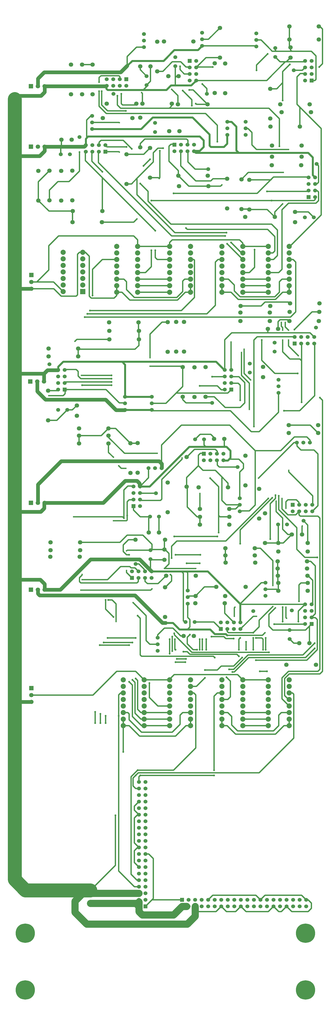
<source format=gtl>
G04 ---------------------------- Layer name :TOP LAYER*
G04 EasyEDA v5.8.16, Sun, 14 Oct 2018 04:50:05 GMT*
G04 5a396672bee444fbbd75647f7a64e84d*
G04 Gerber Generator version 0.2*
G04 Scale: 100 percent, Rotated: No, Reflected: No *
G04 Dimensions in millimeters *
G04 leading zeros omitted , absolute positions ,3 integer and 3 decimal *
%FSLAX33Y33*%
%MOMM*%
G90*
G71D02*

%ADD11C,2.799994*%
%ADD12C,0.499999*%
%ADD13C,0.799998*%
%ADD14C,1.399997*%
%ADD15C,5.399989*%
%ADD16C,0.750011*%
%ADD17C,0.619760*%
%ADD18C,1.699997*%
%ADD19R,1.699997X1.699997*%
%ADD20C,1.524000*%
%ADD21C,1.999996*%
%ADD22R,1.524000X1.524000*%
%ADD23R,1.999996X1.999996*%
%ADD24C,7.499985*%

%LPD*%
G54D11*
G01X32941Y38313D02*
G01X50586Y38313D01*
G01X51816Y37084D01*
G01X51816Y38862D02*
G01X51816Y37084D01*
G01X51816Y37084D02*
G01X51816Y35052D01*
G01X53086Y33782D01*
G01X65278Y33782D01*
G01X68580Y37084D01*
G01X70358Y37084D02*
G01X68580Y37084D01*
G54D12*
G01X73660Y37084D02*
G01X73660Y36068D01*
G01X74676Y35052D01*
G01X81788Y35052D01*
G01X83820Y37084D01*
G01X83820Y37084D02*
G01X85852Y35052D01*
G01X89408Y35052D01*
G01X91440Y37084D01*
G01X91440Y37084D02*
G01X93472Y35052D01*
G01X102108Y35052D01*
G01X104140Y37084D01*
G01X104140Y37084D02*
G01X106172Y35052D01*
G01X107188Y35052D01*
G01X109220Y37084D01*
G01X116840Y39624D02*
G01X117602Y39624D01*
G01X118872Y38354D01*
G01X118872Y36322D01*
G01X117602Y35052D01*
G01X111252Y35052D01*
G01X109220Y37084D01*
G01X116840Y39624D02*
G01X115062Y41402D01*
G01X100838Y41402D01*
G01X99060Y39624D01*
G01X99060Y39624D02*
G01X97282Y41402D01*
G01X80518Y41402D01*
G01X78740Y39624D01*
G01X51816Y59944D02*
G01X51308Y59944D01*
G01X50038Y58674D01*
G01X50038Y54102D01*
G01X51816Y52324D01*
G01X51816Y72644D02*
G01X51308Y72644D01*
G01X50038Y71374D01*
G01X50038Y61722D01*
G01X51816Y59944D01*
G01X51816Y77724D02*
G01X50038Y75946D01*
G01X50038Y74422D01*
G01X51816Y72644D01*
G01X45720Y109728D02*
G01X45720Y107188D01*
G01X53848Y124968D02*
G01X63754Y124968D01*
G01X53848Y107188D02*
G01X63754Y107188D01*
G01X53848Y109728D02*
G01X63754Y109728D01*
G01X53848Y112268D02*
G01X63754Y112268D01*
G01X92202Y107188D02*
G01X102108Y107188D01*
G01X92202Y109728D02*
G01X102108Y109728D01*
G01X92202Y112268D02*
G01X102108Y112268D01*
G01X92202Y124968D02*
G01X102108Y124968D01*
G01X110236Y107188D02*
G01X110236Y109728D01*
G01X84074Y107188D02*
G01X84074Y109728D01*
G01X84074Y112268D02*
G01X86360Y112268D01*
G01X87884Y110744D01*
G01X87884Y107442D01*
G01X90170Y105156D01*
G01X104140Y105156D01*
G01X106172Y107188D01*
G01X106172Y111252D01*
G01X107188Y112268D01*
G01X110236Y112268D01*
G01X71882Y109728D02*
G01X71882Y107188D01*
G01X71882Y112268D02*
G01X68834Y112268D01*
G01X67818Y111252D01*
G01X67818Y107696D01*
G01X64770Y104648D01*
G01X52832Y104648D01*
G01X48006Y109474D01*
G01X48006Y111760D01*
G01X47498Y112268D01*
G01X45720Y112268D01*
G01X110236Y107188D02*
G01X108204Y107188D01*
G01X104902Y103886D01*
G01X89408Y103886D01*
G01X86106Y107188D01*
G01X84074Y107188D01*
G01X45720Y107188D02*
G01X48006Y107188D01*
G01X52070Y103124D01*
G01X66040Y103124D01*
G01X70104Y107188D01*
G01X71882Y107188D01*
G01X99433Y142240D02*
G01X86113Y142240D01*
G54D13*
G01X56758Y167022D02*
G01X78595Y167022D01*
G01X91186Y154432D01*
G01X91186Y147327D01*
G01X91302Y147210D01*
G54D12*
G01X116441Y154294D02*
G01X91323Y154294D01*
G01X91186Y154432D01*
G01X51816Y47244D02*
G01X51054Y47244D01*
G01X48768Y49530D01*
G01X48768Y87122D01*
G01X48768Y87122D02*
G01X48768Y87376D01*
G01X51308Y89916D01*
G01X51308Y89916D02*
G01X51308Y89916D01*
G01X65278Y89916D01*
G01X73914Y98552D01*
G01X73914Y119126D01*
G01X73152Y119888D01*
G01X71882Y119888D01*
G01X51816Y44704D02*
G01X50038Y44704D01*
G01X43942Y50800D01*
G01X43942Y110998D01*
G01X43942Y110998D02*
G01X43942Y119126D01*
G01X44704Y119888D01*
G01X45720Y119888D01*
G01X51816Y82804D02*
G01X50546Y82804D01*
G01X49530Y83820D01*
G01X49530Y86868D01*
G01X49530Y86868D02*
G01X50546Y87884D01*
G01X50546Y87884D02*
G01X51562Y88900D01*
G01X98552Y88900D01*
G01X112014Y102362D01*
G01X112014Y119380D01*
G01X111506Y119888D01*
G01X110236Y119888D01*
G01X51816Y85344D02*
G01X51816Y87376D01*
G01X52324Y87884D01*
G01X52324Y87884D02*
G01X81026Y87884D01*
G01X104394Y146558D02*
G01X116324Y146558D01*
G01X116441Y146674D01*
G01X100076Y136652D02*
G01X100076Y140746D01*
G01X99598Y141224D01*
G01X97282Y141224D01*
G01X96266Y136652D02*
G01X96266Y141224D01*
G01X96266Y143256D02*
G01X86614Y143256D01*
G01X86106Y143764D01*
G01X86106Y144556D01*
G01X86222Y144670D01*
G01X81280Y133604D02*
G01X80772Y134112D01*
G01X63500Y134112D01*
G01X63754Y135128D02*
G01X63754Y140716D01*
G01X102362Y135636D02*
G01X72390Y135636D01*
G01X65580Y142445D01*
G01X10012Y119062D02*
G01X33972Y119062D01*
G01X43180Y128270D01*
G01X50546Y128270D01*
G01X53848Y124968D01*
G01X97282Y132588D02*
G01X117094Y132588D01*
G01X121158Y136652D01*
G01X121158Y148336D01*
G01X120396Y149098D01*
G01X119095Y149098D01*
G01X118978Y149214D01*
G01X63754Y124968D02*
G01X63754Y125222D01*
G01X65532Y127000D01*
G01X90170Y127000D01*
G01X92202Y124968D01*
G01X45720Y97028D02*
G01X45720Y107188D01*
G01X63754Y114808D02*
G01X59182Y114808D01*
G01X55880Y118110D01*
G01X55880Y123698D01*
G54D13*
G01X52217Y200014D02*
G01X55996Y200014D01*
G01X71374Y215392D01*
G01X85852Y215392D01*
G54D12*
G01X45974Y187706D02*
G01X45974Y198628D01*
G01X47498Y200152D01*
G01X49537Y200152D01*
G01X49677Y200014D01*
G01X81026Y89916D02*
G01X81026Y118618D01*
G01X82296Y119888D01*
G01X84074Y119888D01*
G01X74422Y136652D02*
G01X72898Y136652D01*
G01X70612Y138938D01*
G01X70612Y141478D01*
G01X71628Y142494D01*
G01X75438Y136652D02*
G01X75438Y140716D01*
G01X107696Y147574D02*
G01X107696Y153162D01*
G01X82804Y182118D02*
G01X82804Y199898D01*
G01X79502Y203200D01*
G01X77978Y136652D02*
G01X77978Y140716D01*
G01X75692Y173482D02*
G01X66040Y173482D01*
G01X47244Y188722D02*
G01X47244Y190754D01*
G01X47244Y194056D01*
G01X48006Y194818D01*
G01X49560Y194818D01*
G01X49677Y194934D01*
G01X70104Y133096D02*
G01X66548Y133096D01*
G01X66040Y136652D02*
G01X65786Y136652D01*
G01X65786Y140716D01*
G54D14*
G01X12509Y159913D02*
G01X12509Y158432D01*
G01X13208Y157734D01*
G01X42387Y157734D01*
G01X15179Y159913D02*
G01X21229Y159913D01*
G01X33020Y171704D01*
G01X52077Y171704D01*
G01X56758Y167022D01*
G01X15179Y193654D02*
G01X37952Y193654D01*
G01X46482Y202184D01*
G01X51054Y202184D01*
G01X52070Y201168D01*
G54D12*
G01X82296Y180594D02*
G01X65532Y180594D01*
G01X110236Y117348D02*
G01X109982Y117348D01*
G01X108458Y118872D01*
G01X108458Y125476D01*
G01X110236Y127254D01*
G01X122174Y127254D01*
G01X123190Y128270D01*
G01X123190Y233426D01*
G01X122174Y234442D01*
G01X110236Y114808D02*
G01X107442Y117602D01*
G01X107442Y125730D01*
G01X109982Y128270D01*
G01X121412Y128270D01*
G01X122174Y129032D01*
G01X122174Y187706D01*
G01X121412Y188468D01*
G01X114554Y188468D01*
G01X114046Y188976D01*
G01X114046Y190238D01*
G01X114162Y190352D01*
G54D13*
G01X20429Y245226D02*
G01X20429Y246486D01*
G01X22349Y248412D01*
G01X81788Y248412D01*
G01X85087Y245115D01*
G01X85199Y245226D01*
G54D12*
G01X85199Y245226D02*
G01X85199Y256900D01*
G01X87884Y259588D01*
G01X118371Y259588D01*
G01X120004Y257954D01*
G54D14*
G01X14925Y240685D02*
G01X14925Y243779D01*
G01X16256Y245110D01*
G01X20312Y245110D01*
G01X20429Y245226D01*
G54D12*
G01X88138Y128016D02*
G01X88900Y128016D01*
G01X94488Y133604D01*
G01X116586Y133604D01*
G01X120142Y137160D01*
G01X86868Y129032D02*
G01X88646Y129032D01*
G01X94234Y134620D01*
G01X115570Y134620D01*
G01X120142Y139192D01*
G01X113192Y183987D02*
G01X107061Y190119D01*
G01X106172Y191008D01*
G01X106172Y191008D02*
G01X106172Y196342D01*
G01X115062Y232664D02*
G01X115062Y255277D01*
G01X114924Y255414D01*
G01X76454Y136652D02*
G01X76454Y140208D01*
G01X76454Y140208D02*
G01X76454Y140716D01*
G01X91186Y177800D02*
G01X91186Y183134D01*
G01X103632Y195580D01*
G01X91186Y233426D02*
G01X91186Y239268D01*
G01X90424Y240030D01*
G01X87853Y240030D01*
G01X87739Y240146D01*
G01X71882Y122428D02*
G01X74168Y122428D01*
G01X77470Y125730D01*
G01X77470Y128778D02*
G01X82296Y128778D01*
G01X83820Y130302D01*
G01X88646Y130302D01*
G01X91948Y133604D01*
G01X93472Y136652D02*
G01X93472Y139700D01*
G01X102870Y179578D02*
G01X102870Y193040D01*
G01X108204Y229362D02*
G01X114300Y229362D01*
G01X120142Y235204D01*
G01X120142Y250698D01*
G01X120142Y250698D02*
G01X120142Y255277D01*
G01X120004Y255414D01*
G01X69850Y131826D02*
G01X66040Y131826D01*
G01X65580Y142445D02*
G01X65580Y142953D01*
G01X65532Y143002D01*
G01X64770Y136144D02*
G01X64770Y141732D01*
G01X64516Y172212D02*
G01X64516Y176784D01*
G01X66548Y178816D01*
G01X85598Y178816D01*
G01X102108Y195326D01*
G01X96520Y223266D02*
G01X96520Y256794D01*
G01X97790Y258064D01*
G01X112275Y258064D01*
G01X112384Y257954D01*
G01X41910Y149352D02*
G01X38862Y152400D01*
G01X38862Y155956D01*
G01X75438Y239014D02*
G01X82296Y239014D01*
G01X83820Y237490D01*
G01X85082Y237490D01*
G01X85199Y237606D01*
G01X92202Y275336D02*
G01X102108Y275336D01*
G01X92202Y277876D02*
G01X102108Y277876D01*
G01X92202Y280416D02*
G01X102108Y280416D01*
G01X110236Y277876D02*
G01X110236Y275336D01*
G01X84074Y277876D02*
G01X84074Y275336D01*
G01X43180Y277876D02*
G01X43180Y275336D01*
G01X51308Y277876D02*
G01X63754Y277876D01*
G01X51308Y280416D02*
G01X63754Y280416D01*
G01X51308Y275336D02*
G01X63754Y275336D01*
G01X71882Y275336D02*
G01X71882Y277876D01*
G01X43180Y275336D02*
G01X45212Y275336D01*
G01X48260Y272288D01*
G01X66802Y272288D01*
G01X69850Y275336D01*
G01X71882Y275336D01*
G01X84074Y275336D02*
G01X87630Y275336D01*
G01X90424Y272542D01*
G01X104902Y272542D01*
G01X107696Y275336D01*
G01X110236Y275336D01*
G01X50546Y273304D02*
G01X64536Y273304D01*
G01X64536Y273304D02*
G01X66548Y273304D01*
G01X68834Y275590D01*
G01X68834Y279654D01*
G01X69596Y280416D01*
G01X71882Y280416D01*
G01X50546Y273304D02*
G01X50038Y273304D01*
G01X46990Y276352D01*
G01X46990Y279400D01*
G01X45974Y280416D01*
G01X43180Y280416D01*
G01X84074Y280416D02*
G01X86614Y280416D01*
G01X88900Y278130D01*
G01X88900Y275844D01*
G01X91186Y273558D01*
G01X104648Y273558D01*
G01X106426Y275336D01*
G01X106426Y279400D01*
G01X107442Y280416D01*
G01X110236Y280416D01*
G01X53848Y112268D02*
G01X52578Y112268D01*
G01X51308Y113538D01*
G01X51308Y124714D01*
G01X50546Y125476D01*
G01X53848Y109728D02*
G01X52578Y109728D01*
G01X50292Y112014D01*
G01X50292Y123952D01*
G01X49276Y124968D01*
G01X53848Y107188D02*
G01X52832Y107188D01*
G01X49276Y110744D01*
G01X49276Y122936D01*
G01X48006Y124206D01*
G01X48006Y138430D02*
G01X36576Y138430D01*
G01X49276Y139446D02*
G01X38100Y139446D01*
G01X50546Y141224D02*
G01X39624Y141224D01*
G01X33782Y274066D02*
G01X33782Y284226D01*
G01X37592Y288036D01*
G01X43180Y288036D01*
G01X38862Y108204D02*
G01X38862Y110998D01*
G01X32766Y268224D02*
G01X68326Y268224D01*
G01X73406Y273304D01*
G01X73406Y287782D01*
G01X73152Y288036D01*
G01X71882Y288036D01*
G01X36830Y108204D02*
G01X36830Y111760D01*
G01X31750Y266954D02*
G01X78232Y266954D01*
G01X81534Y270256D01*
G01X81534Y287020D01*
G01X82550Y288036D01*
G01X84074Y288036D01*
G01X34798Y108204D02*
G01X34798Y112522D01*
G01X30734Y265684D02*
G01X110744Y265684D01*
G01X112776Y267716D01*
G01X112776Y287020D01*
G01X111760Y288036D01*
G01X110236Y288036D01*
G01X51308Y293116D02*
G01X63754Y293116D01*
G01X63754Y293116D02*
G01X63754Y294640D01*
G01X64770Y295656D01*
G01X90932Y295656D01*
G01X92202Y294386D01*
G01X92202Y293672D01*
G01X92202Y293116D02*
G01X102108Y293116D01*
G01X10012Y279336D02*
G01X18605Y279336D01*
G01X22352Y275590D01*
G01X10012Y279336D02*
G01X12128Y279336D01*
G01X16764Y283972D01*
G01X16764Y293370D01*
G01X20574Y297180D01*
G01X49784Y297180D01*
G01X51308Y295656D01*
G01X51308Y293116D01*
G01X10012Y276666D02*
G01X18735Y276666D01*
G01X21590Y273812D01*
G01X27432Y273812D01*
G01X27940Y274320D01*
G01X27940Y290068D01*
G01X28702Y290830D01*
G01X29972Y290830D01*
G01X29972Y290830D02*
G01X30988Y290830D01*
G01X32512Y289306D01*
G01X32512Y273812D01*
G01X33274Y273050D01*
G01X42164Y273050D01*
G01X43180Y274066D01*
G01X43180Y275336D01*
G01X41148Y241808D02*
G01X29210Y241808D01*
G01X28194Y242824D01*
G01X28194Y244602D01*
G01X27432Y245364D01*
G01X23106Y245364D01*
G01X22966Y245226D01*
G01X41148Y240538D02*
G01X23360Y240538D01*
G01X22966Y240146D01*
G01X41148Y239268D02*
G01X29718Y239268D01*
G54D13*
G01X31125Y332376D02*
G01X31125Y334909D01*
G01X32004Y335788D01*
G01X75438Y335788D01*
G01X76962Y334264D01*
G01X76962Y331724D01*
G01X75438Y330200D01*
G01X73413Y330200D01*
G01X73268Y330055D01*
G01X73268Y330052D02*
G01X73914Y329438D01*
G01X117602Y329438D01*
G01X119380Y327660D01*
G01X119380Y320799D01*
G01X120289Y319902D01*
G54D14*
G01X15179Y331830D02*
G01X30579Y331830D01*
G01X31125Y332376D01*
G54D12*
G01X74061Y357515D02*
G01X101483Y357515D01*
G01X108712Y364744D01*
G01X116070Y364744D01*
G01X116441Y365114D01*
G54D13*
G01X61219Y365135D02*
G01X49159Y365135D01*
G01X47244Y363220D01*
G54D14*
G01X15179Y355239D02*
G01X39039Y355239D01*
G01X39253Y355452D01*
G01X12509Y355239D02*
G01X12509Y358203D01*
G01X14986Y360680D01*
G01X44704Y360680D01*
G01X47244Y363220D01*
G54D13*
G01X62387Y353822D02*
G01X39624Y353822D01*
G01X39116Y354330D01*
G01X39116Y355315D01*
G01X39253Y355455D01*
G54D12*
G01X118978Y357494D02*
G01X120258Y357494D01*
G01X120650Y357886D01*
G01X120650Y367030D01*
G01X118872Y368808D01*
G01X105648Y368808D01*
G01X103654Y368808D01*
G01X110236Y293116D02*
G01X110490Y293116D01*
G01X122682Y305308D01*
G01X122682Y338836D01*
G01X113284Y348234D01*
G01X113284Y358902D01*
G01X114554Y360172D01*
G01X116301Y360172D01*
G01X116438Y360034D01*
G01X102108Y282956D02*
G01X106172Y282956D01*
G01X107442Y284226D01*
G01X107442Y307340D01*
G01X109982Y309880D01*
G01X109982Y309880D02*
G01X109982Y309880D01*
G01X120650Y309880D01*
G01X121666Y310896D01*
G01X121666Y314198D01*
G01X121158Y314706D01*
G01X120403Y314706D01*
G01X120289Y314822D01*
G01X46482Y346710D02*
G01X44704Y346710D01*
G01X43434Y347980D01*
G01X43434Y351536D01*
G01X80518Y362712D02*
G01X74175Y362712D01*
G01X74061Y362595D01*
G01X106426Y331978D02*
G01X106426Y342646D01*
G01X102362Y346710D01*
G01X46482Y346710D01*
G01X82296Y333756D02*
G01X82296Y340106D01*
G01X77724Y344678D01*
G01X39116Y344678D01*
G01X36322Y347472D01*
G01X36322Y353314D01*
G01X107696Y349758D02*
G01X107696Y360934D01*
G01X110490Y363728D01*
G01X46736Y345694D02*
G01X39624Y345694D01*
G01X37338Y347980D01*
G01X37338Y353314D01*
G01X46990Y331724D02*
G01X39400Y331724D01*
G01X38745Y332376D01*
G01X51308Y282956D02*
G01X54356Y282956D01*
G01X56642Y285242D01*
G01X56642Y291592D01*
G01X56642Y310896D02*
G01X103378Y310896D01*
G01X103378Y310896D02*
G01X119888Y310896D01*
G01X120396Y311404D01*
G01X120396Y312173D01*
G01X120289Y312282D01*
G01X63754Y288036D02*
G01X58928Y288036D01*
G01X58166Y288798D01*
G01X58166Y291592D01*
G01X65278Y313690D02*
G01X97790Y313690D01*
G01X104140Y320040D01*
G01X117609Y320040D01*
G01X117749Y319902D01*
G01X92202Y290576D02*
G01X91694Y290576D01*
G01X87630Y294640D01*
G01X58166Y299212D02*
G01X30988Y326390D01*
G01X30988Y329699D01*
G01X31125Y329836D01*
G01X85852Y298450D02*
G01X65786Y298450D01*
G01X51054Y313182D01*
G01X51054Y319532D01*
G01X57404Y325882D01*
G01X57404Y329438D01*
G01X59182Y331216D01*
G01X61214Y331216D01*
G01X92202Y282956D02*
G01X94742Y282956D01*
G01X96774Y284988D01*
G01X96774Y291846D01*
G01X101600Y314452D02*
G01X117378Y314452D01*
G01X117749Y314822D01*
G01X92202Y288036D02*
G01X86106Y294132D01*
G01X85344Y297180D02*
G01X64516Y297180D01*
G01X36068Y325628D01*
G01X36068Y325628D02*
G01X36068Y329699D01*
G01X36205Y329836D01*
G01X102108Y290576D02*
G01X103886Y290576D01*
G01X104648Y291338D01*
G01X104648Y296926D01*
G01X101854Y299720D01*
G01X70612Y299720D01*
G01X70104Y300228D01*
G01X102108Y288036D02*
G01X104140Y288036D01*
G01X105664Y289560D01*
G01X105664Y299466D01*
G01X103378Y301752D01*
G01X64262Y301752D01*
G01X55372Y310642D01*
G01X55372Y314452D01*
G01X52324Y317500D01*
G01X49022Y330962D02*
G01X45720Y334264D01*
G01X37084Y334264D01*
G01X36322Y333502D01*
G01X36322Y332493D01*
G01X36205Y332376D01*
G01X108712Y364744D02*
G01X106707Y364744D01*
G01X104838Y366613D01*
G01X108712Y364744D02*
G01X109141Y364744D01*
G01X110744Y366346D01*
G01X112014Y361442D02*
G01X115308Y361442D01*
G01X116441Y362574D01*
G01X121785Y378439D02*
G01X122194Y378439D01*
G01X123190Y377444D01*
G01X123190Y363982D01*
G01X121920Y362712D01*
G01X97536Y361442D02*
G01X97536Y363474D01*
G01X101854Y367792D01*
G01X54800Y355691D02*
G01X54800Y355097D01*
G01X53522Y353822D01*
G01X56309Y362966D02*
G01X56309Y357200D01*
G01X54800Y355691D01*
G01X67231Y359156D02*
G01X66484Y359156D01*
G01X65976Y358648D01*
G01X78232Y352298D02*
G01X78232Y354330D01*
G01X76454Y356108D01*
G01X71521Y360055D02*
G01X69458Y360055D01*
G01X67818Y361696D01*
G01X67818Y362966D01*
G01X36322Y356870D02*
G01X36322Y358648D01*
G01X37035Y359361D01*
G01X43990Y359361D01*
G01X44450Y358902D01*
G01X44450Y358109D01*
G01X44333Y357992D01*
G01X45466Y347980D02*
G01X50751Y347980D01*
G01X50751Y348508D01*
G01X21671Y334518D02*
G01X21671Y332308D01*
G01X21191Y331830D01*
G01X21427Y328866D02*
G01X21427Y331482D01*
G01X21082Y331830D01*
G01X112522Y306496D02*
G01X117655Y306496D01*
G01X119796Y304355D01*
G01X120289Y317362D02*
G01X121020Y317362D01*
G01X121666Y318008D01*
G01X121666Y324358D01*
G01X120904Y325120D01*
G01X78740Y323088D02*
G01X73660Y323088D01*
G01X70866Y325882D01*
G01X70866Y329915D01*
G01X70728Y330052D01*
G01X17038Y311030D02*
G01X17038Y314980D01*
G01X20320Y318262D01*
G01X24638Y318262D01*
G01X28702Y322326D01*
G01X28702Y329692D01*
G01X37592Y322072D02*
G01X33528Y326136D01*
G01X33528Y329699D01*
G01X33665Y329836D01*
G01X78858Y316504D02*
G01X71168Y316504D01*
G01X67104Y320568D01*
G01X52344Y331604D02*
G01X52344Y333014D01*
G01X54102Y334772D01*
G01X70358Y334772D01*
G01X70866Y334264D01*
G01X70866Y332732D01*
G01X70728Y332592D01*
G01X101934Y261112D02*
G01X101934Y259635D01*
G01X101886Y259588D01*
G01X113538Y243840D02*
G01X111506Y243840D01*
G01X111506Y243840D02*
G01X104648Y243840D01*
G01X99568Y248920D01*
G01X99568Y256794D01*
G01X121871Y267736D02*
G01X119146Y267736D01*
G01X112268Y260858D01*
G01X80264Y242570D02*
G01X85082Y242570D01*
G01X85199Y242686D01*
G01X68813Y234830D02*
G01X68813Y233700D01*
G01X70104Y232410D01*
G01X80264Y232410D01*
G01X77703Y234830D02*
G01X81145Y234830D01*
G01X85344Y230632D01*
G01X91186Y230632D01*
G01X92964Y232410D01*
G01X92964Y240284D01*
G01X90678Y242570D01*
G01X87853Y242570D01*
G01X87739Y242686D01*
G01X16489Y237187D02*
G01X20010Y237187D01*
G01X20429Y237606D01*
G01X58420Y197358D02*
G01X52331Y197358D01*
G01X52217Y197474D01*
G01X90170Y207518D02*
G01X83058Y207518D01*
G01X82296Y208280D01*
G01X82296Y210027D01*
G01X82158Y210164D01*
G01X70337Y211444D02*
G01X70477Y211444D01*
G01X73406Y214376D01*
G01X81534Y214376D01*
G01X82296Y213614D01*
G01X82296Y212844D01*
G01X82158Y212704D01*
G01X114124Y139192D02*
G01X112041Y139192D01*
G01X110426Y140807D01*
G01X113792Y147574D02*
G01X113792Y151645D01*
G01X116441Y154294D01*
G01X69941Y147383D02*
G01X69088Y147828D01*
G01X69088Y166260D01*
G01X68326Y167022D01*
G01X85209Y154665D02*
G01X85209Y150766D01*
G01X88762Y147210D01*
G01X50546Y169926D02*
G01X51816Y169926D01*
G01X53848Y167894D01*
G01X53848Y167393D01*
G01X54218Y167022D01*
G01X61722Y171530D02*
G01X56589Y171530D01*
G01X56323Y171795D01*
G01X56323Y171795D02*
G01X56323Y167457D01*
G01X56758Y167022D01*
G01X50429Y179344D02*
G01X47772Y179344D01*
G01X45720Y177292D01*
G01X45720Y174767D01*
G01X54218Y164482D02*
G01X54218Y163205D01*
G01X55118Y162306D01*
G01X59298Y162306D01*
G01X62367Y165374D01*
G54D11*
G01X32941Y43314D02*
G01X31122Y43314D01*
G01X26924Y39116D01*
G01X26924Y34798D01*
G01X31496Y30226D01*
G01X70612Y30226D01*
G01X73660Y33274D01*
G01X73660Y37084D01*
G54D12*
G01X68580Y39624D02*
G01X56896Y39624D01*
G01X54356Y37084D01*
G01X42672Y72390D02*
G01X42672Y53045D01*
G01X32941Y43314D01*
G54D14*
G01X52070Y201168D02*
G01X52070Y200159D01*
G01X52217Y200014D01*
G54D13*
G01X85852Y215392D02*
G01X87376Y213868D01*
G01X87376Y211074D01*
G01X86360Y210058D01*
G01X84805Y210058D01*
G01X84698Y210164D01*
G54D12*
G01X45720Y174752D02*
G01X46228Y174244D01*
G01X46990Y173482D01*
G01X48006Y173482D01*
G54D15*
G01X32941Y43314D02*
G01X7739Y43314D01*
G01X3556Y47498D01*
G01X3556Y350266D01*
G54D11*
G01X51816Y42164D02*
G01X34089Y42164D01*
G01X32941Y43314D01*
G54D14*
G01X10012Y116392D02*
G01X3601Y116392D01*
G01X3556Y116344D01*
G01X15179Y159913D02*
G01X15179Y162112D01*
G01X13462Y163830D01*
G01X3627Y163830D01*
G01X3556Y163758D01*
G01X14925Y243779D02*
G01X3703Y243779D01*
G01X3556Y243631D01*
G01X10012Y276666D02*
G01X3619Y276666D01*
G01X3556Y276603D01*
G01X15179Y355239D02*
G01X15179Y352999D01*
G01X13716Y351536D01*
G01X3556Y351536D01*
G54D12*
G01X72390Y347726D02*
G01X72390Y350012D01*
G01X68834Y353568D01*
G01X44958Y352298D02*
G01X44958Y348488D01*
G01X45466Y347980D01*
G01X63500Y134112D02*
G01X52832Y134112D01*
G01X52324Y134620D01*
G01X52324Y148844D01*
G01X51308Y149860D01*
G01X69088Y135890D02*
G01X70612Y135890D01*
G01X71628Y134874D01*
G01X89916Y134874D01*
G01X90678Y134112D01*
G01X90678Y136652D02*
G01X90678Y140716D01*
G01X91186Y141224D01*
G01X80010Y141732D02*
G01X84836Y141732D01*
G01X85598Y140970D01*
G01X88646Y140970D01*
G01X98806Y128270D02*
G01X101600Y128270D01*
G01X101092Y136652D02*
G01X101092Y140970D01*
G01X101092Y140970D02*
G01X101092Y141224D01*
G01X41148Y243078D02*
G01X29464Y243078D01*
G01X39878Y155956D02*
G01X41402Y155956D01*
G01X42926Y154432D01*
G01X42926Y147574D01*
G01X84074Y117348D02*
G01X86360Y117348D01*
G01X87376Y118364D01*
G01X87376Y124460D01*
G01X85852Y125984D01*
G01X113192Y183987D02*
G01X113192Y175605D01*
G01X116332Y172466D01*
G01X121158Y172466D01*
G01X70358Y170180D02*
G01X75438Y170180D01*
G01X117467Y178074D02*
G01X117467Y185046D01*
G01X115824Y186690D01*
G01X53594Y324358D02*
G01X56134Y326898D01*
G01X59944Y330200D02*
G01X59944Y319786D01*
G01X59690Y319532D01*
G54D13*
G01X62387Y353822D02*
G01X62514Y353852D01*
G01X64262Y355600D01*
G01X72143Y355600D01*
G01X74061Y357515D01*
G54D12*
G01X65976Y363057D02*
G01X65976Y355600D01*
G01X65913Y355600D01*
G01X117466Y162539D02*
G01X114787Y162539D01*
G01X114046Y161798D01*
G01X114046Y155448D01*
G01X54356Y57404D02*
G01X55626Y57404D01*
G01X57404Y55626D01*
G01X57404Y40132D01*
G01X56896Y39624D01*
G01X99433Y142240D02*
G01X99822Y142240D01*
G01X100838Y143256D01*
G01X100909Y160088D02*
G01X105369Y160088D01*
G01X105966Y159491D01*
G01X101019Y162628D02*
G01X99382Y162628D01*
G01X91186Y154432D01*
G01X70793Y159580D02*
G01X70793Y166449D01*
G01X70220Y167022D01*
G54D13*
G01X67564Y144526D02*
G01X79502Y144526D01*
G01X81280Y142748D01*
G01X85605Y142748D01*
G01X86113Y142240D01*
G54D12*
G01X70793Y154500D02*
G01X70793Y149170D01*
G01X71628Y148336D01*
G01X71628Y145439D01*
G01X70714Y144526D01*
G01X118126Y139208D02*
G01X118126Y145820D01*
G01X118979Y146674D01*
G01X73795Y157500D02*
G01X71253Y157500D01*
G01X70793Y157040D01*
G01X81836Y161015D02*
G01X77311Y161015D01*
G01X73795Y157500D01*
G01X73442Y147384D02*
G01X80970Y147384D01*
G01X83682Y144672D01*
G54D13*
G01X67564Y144526D02*
G01X65024Y147066D01*
G01X62230Y147066D01*
G54D14*
G01X62230Y147066D02*
G01X60960Y147066D01*
G01X50292Y157734D01*
G01X42387Y157734D01*
G54D12*
G01X59109Y138752D02*
G01X56065Y138752D01*
G01X54610Y140208D01*
G01X54610Y149860D01*
G01X49530Y154940D01*
G01X59109Y141292D02*
G01X59109Y142421D01*
G01X61722Y145034D01*
G01X65024Y145034D01*
G01X68072Y141986D01*
G01X69168Y141986D01*
G01X52307Y362949D02*
G01X52307Y361684D01*
G01X54799Y359192D01*
G01X53775Y370400D02*
G01X50868Y370400D01*
G01X47244Y366776D01*
G01X47244Y363220D01*
G01X76381Y370908D02*
G01X97209Y370908D01*
G01X97463Y370654D01*
G01X101808Y370654D02*
G01X103654Y368808D01*
G01X97463Y373194D02*
G01X99268Y373194D01*
G01X101808Y370654D01*
G01X104837Y370114D02*
G01X104837Y369283D01*
G01X105313Y368808D01*
G01X110284Y378439D02*
G01X110284Y373359D01*
G01X110284Y373359D02*
G01X110284Y370791D01*
G01X110727Y370348D01*
G01X110727Y370348D02*
G01X110727Y369305D01*
G01X111225Y368808D01*
G01X33600Y341190D02*
G01X44127Y341190D01*
G01X44196Y341122D01*
G01X38745Y329838D02*
G01X44049Y329838D01*
G01X44196Y329692D01*
G54D14*
G01X15180Y331829D02*
G01X15180Y330140D01*
G01X13208Y328168D01*
G01X3571Y328168D01*
G01X3556Y328183D01*
G54D12*
G01X33600Y343730D02*
G01X33088Y343730D01*
G01X31496Y342138D01*
G01X31496Y335280D01*
G01X31125Y334909D01*
G01X109982Y330708D02*
G01X97536Y330708D01*
G01X95758Y332486D01*
G01X95758Y337312D01*
G01X94234Y338836D01*
G01X93358Y338836D01*
G01X93290Y338904D01*
G54D13*
G01X33599Y338650D02*
G01X52646Y338650D01*
G01X57150Y343154D01*
G01X72644Y343154D01*
G01X79248Y336550D01*
G01X79248Y332232D01*
G01X79756Y331724D01*
G01X84836Y331724D01*
G01X86106Y332994D01*
G01X86106Y336290D01*
G01X86177Y336364D01*
G01X86177Y341444D02*
G01X87815Y341444D01*
G01X89662Y339598D01*
G01X89662Y330347D01*
G01X90571Y329438D01*
G54D12*
G01X78858Y316504D02*
G01X83586Y316504D01*
G01X84074Y316992D01*
G01X67104Y320568D02*
G01X67104Y322531D01*
G01X63500Y326136D01*
G01X63500Y331978D01*
G01X64262Y332740D01*
G01X65502Y332740D01*
G01X65648Y332593D01*
G54D13*
G01X46409Y229684D02*
G01X56823Y229684D01*
G01X46409Y234764D02*
G01X56823Y234764D01*
G54D12*
G01X56823Y232224D02*
G01X62298Y232224D01*
G01X66294Y236220D01*
G01X86351Y236220D01*
G01X87737Y237606D01*
G01X22967Y237606D02*
G01X38999Y237606D01*
G01X44196Y232410D01*
G01X46223Y232410D01*
G01X46409Y232224D01*
G54D14*
G01X12256Y240686D02*
G01X12256Y236917D01*
G01X15494Y233680D01*
G01X38862Y233680D01*
G01X42926Y229616D01*
G01X46341Y229616D01*
G01X46409Y229684D01*
G54D13*
G01X46409Y234764D02*
G01X46409Y247263D01*
G01X45260Y248412D01*
G54D12*
G01X68813Y246331D02*
G01X68813Y238739D01*
G01X66294Y236220D01*
G01X106099Y236288D02*
G01X106099Y228781D01*
G01X98552Y221234D01*
G01X95504Y221234D01*
G01X87376Y229362D01*
G01X57145Y229362D01*
G01X56823Y229684D01*
G01X105966Y178074D02*
G01X105966Y185145D01*
G01X105881Y185230D01*
G01X55609Y182134D02*
G01X55609Y187790D01*
G01X56097Y188278D01*
G01X59609Y182118D02*
G01X59609Y188266D01*
G01X59598Y188278D01*
G01X55557Y207082D02*
G01X55557Y203355D01*
G01X52216Y200014D01*
G01X49676Y192394D02*
G01X49676Y190861D01*
G01X52324Y188214D01*
G01X56033Y188214D01*
G01X56097Y188278D01*
G54D14*
G01X3556Y190131D02*
G01X13601Y190131D01*
G01X14986Y191516D01*
G01X14986Y193459D01*
G01X15180Y193653D01*
G01X12510Y193653D02*
G01X12510Y200724D01*
G01X21590Y209804D01*
G01X59690Y209804D01*
G01X60706Y208788D01*
G01X60706Y207150D01*
G01X60637Y207082D01*
G54D12*
G01X85009Y218440D02*
G01X85009Y215808D01*
G01X85426Y215392D01*
G01X77124Y218250D02*
G01X77124Y216111D01*
G01X77843Y215392D01*
G01X81009Y218456D02*
G01X81009Y218964D01*
G01X79756Y220218D01*
G01X75591Y220218D01*
G01X73623Y218250D01*
G01X60637Y207081D02*
G01X60637Y216085D01*
G01X68326Y223774D01*
G01X87122Y223774D01*
G01X97028Y213868D01*
G01X97028Y213868D02*
G01X97028Y192786D01*
G01X94742Y190500D01*
G01X91190Y190500D01*
G01X91004Y190314D01*
G01X119242Y190355D02*
G01X119242Y190362D01*
G01X121412Y192532D01*
G01X121412Y212554D01*
G01X91004Y195394D02*
G01X91004Y205558D01*
G01X92456Y207010D01*
G01X92456Y208788D01*
G01X90678Y210566D01*
G01X86868Y210566D01*
G01X86360Y210058D01*
G01X91004Y192854D02*
G01X85783Y192854D01*
G01X84074Y194564D01*
G01X84074Y203708D01*
G01X81534Y206248D01*
G01X76708Y206248D01*
G01X74930Y208026D01*
G01X74930Y212090D01*
G01X75692Y212852D01*
G01X76932Y212852D01*
G01X77078Y212705D01*
G01X70337Y199946D02*
G01X70337Y203433D01*
G01X74930Y208026D01*
G01X86478Y199664D02*
G01X86478Y201303D01*
G01X84074Y203708D01*
G01X121412Y212554D02*
G01X121412Y212598D01*
G01X119888Y214122D01*
G01X114808Y214122D01*
G01X113284Y215646D01*
G01X113284Y216920D01*
G01X113215Y216988D01*
G01X97028Y213868D02*
G01X106934Y213868D01*
G01X112268Y219202D01*
G01X117094Y219202D01*
G01X118364Y217932D01*
G01X118364Y217055D01*
G01X118295Y216987D01*
G01X113215Y216988D02*
G01X112086Y216988D01*
G01X98298Y203200D01*
G01X105966Y178074D02*
G01X107938Y178074D01*
G01X111235Y181372D01*
G01X111235Y181372D02*
G01X109711Y181372D01*
G01X107696Y183388D01*
G01X107696Y187706D01*
G01X105156Y190246D01*
G01X102870Y193040D02*
G01X102870Y193294D01*
G01X104902Y195326D01*
G01X104902Y196596D01*
G01X105156Y190246D02*
G01X105156Y194310D01*
G01X29697Y363679D02*
G01X33761Y363679D01*
G01X102849Y354281D02*
G01X105385Y354281D01*
G01X107696Y356592D01*
G01X78437Y348254D02*
G01X74147Y348254D01*
G01X73914Y348488D01*
G01X66937Y348254D02*
G01X66937Y351654D01*
G01X64516Y354076D01*
G54D13*
G01X61219Y365135D02*
G01X61351Y365135D01*
G01X65532Y369316D01*
G01X74789Y369316D01*
G01X76381Y370908D01*
G54D12*
G01X58907Y361069D02*
G01X61095Y361069D01*
G01X64770Y364744D01*
G01X68072Y364744D01*
G01X70104Y362712D01*
G01X71403Y362712D01*
G01X71520Y362595D01*
G01X83291Y366403D02*
G01X77868Y366403D01*
G01X74060Y362595D01*
G01X76381Y373448D02*
G01X78836Y373448D01*
G01X83291Y377903D01*
G01X64634Y348467D02*
G01X64634Y347706D01*
G01X63637Y346710D01*
G01X53134Y348467D02*
G01X53134Y352503D01*
G01X52832Y352806D01*
G01X114418Y339577D02*
G01X114418Y347099D01*
G01X113284Y348234D01*
G01X25956Y302534D02*
G01X25956Y306724D01*
G01X26043Y306811D01*
G01X26043Y306811D02*
G01X16812Y306811D01*
G01X12679Y310944D01*
G01X12679Y310944D02*
G01X12679Y318173D01*
G01X17038Y322531D01*
G01X37543Y306811D02*
G01X37543Y319834D01*
G01X36546Y320831D01*
G01X37456Y302534D02*
G01X49804Y302534D01*
G01X51054Y303784D01*
G01X91673Y307642D02*
G01X94595Y307642D01*
G01X94762Y307475D01*
G01X94762Y307475D02*
G01X101650Y307475D01*
G01X104599Y304525D01*
G01X104599Y304525D02*
G01X104599Y306529D01*
G01X107696Y309626D01*
G01X94762Y318975D02*
G01X103075Y318975D01*
G01X103963Y319863D01*
G01X107950Y321818D02*
G01X94349Y321818D01*
G01X91673Y319142D01*
G01X56113Y319834D02*
G01X59387Y319834D01*
G01X59690Y319532D01*
G01X86085Y319396D02*
G01X80636Y319396D01*
G01X79756Y318516D01*
G01X73914Y318516D01*
G01X68072Y324358D01*
G01X68072Y329937D01*
G01X68188Y330053D01*
G01X47010Y317381D02*
G01X48903Y317381D01*
G01X51054Y319532D01*
G01X47010Y328881D02*
G01X53661Y328881D01*
G01X56113Y331334D01*
G01X51680Y263631D02*
G01X51680Y260457D01*
G01X51767Y260370D01*
G01X51767Y260370D02*
G01X51767Y257068D01*
G01X51767Y257068D02*
G01X51767Y254713D01*
G01X50292Y253238D01*
G01X28420Y253238D01*
G01X28145Y253512D01*
G01X28145Y250464D02*
G01X28145Y253512D01*
G01X40267Y257068D02*
G01X27706Y257068D01*
G01X26924Y256286D01*
G01X91694Y251968D02*
G01X91694Y243078D01*
G01X94742Y240030D01*
G01X94742Y229870D01*
G01X92710Y253238D02*
G01X92710Y243840D01*
G01X95250Y241300D01*
G01X87630Y256032D02*
G01X87630Y245334D01*
G01X87737Y245226D01*
G01X91321Y270022D02*
G01X99334Y270022D01*
G01X100838Y271526D01*
G01X110009Y271526D01*
G01X110538Y270997D01*
G01X108671Y263692D02*
G01X108671Y261914D01*
G01X109982Y260604D01*
G01X109982Y256794D02*
G01X109982Y254508D01*
G01X113792Y250698D01*
G01X105934Y261128D02*
G01X105934Y263922D01*
G01X106680Y264668D01*
G01X109755Y264668D01*
G01X110284Y264139D01*
G01X107188Y263652D02*
G01X107188Y262128D01*
G01X107696Y261620D01*
G01X107696Y260604D01*
G01X107696Y256794D02*
G01X107696Y252222D01*
G01X110490Y249428D01*
G01X114417Y249428D01*
G01X115062Y248783D01*
G01X39996Y222524D02*
G01X42749Y222524D01*
G01X48493Y216780D01*
G01X48493Y216780D02*
G01X51240Y216780D01*
G01X51328Y216867D01*
G01X46736Y207010D02*
G01X44958Y207010D01*
G01X43942Y208026D01*
G01X28496Y216682D02*
G01X28496Y219730D01*
G01X28496Y219730D02*
G01X37202Y219730D01*
G01X39996Y222524D01*
G01X39996Y216682D02*
G01X39996Y213241D01*
G01X41910Y211328D01*
G01X41910Y186690D02*
G01X46990Y186690D01*
G01X47244Y186944D01*
G01X47244Y188722D01*
G01X39996Y219730D02*
G01X39996Y219083D01*
G01X46228Y212852D01*
G01X58928Y212852D01*
G01X68580Y211074D02*
G01X68580Y210566D01*
G01X60706Y202692D01*
G01X60706Y195072D01*
G01X60198Y194564D01*
G01X52586Y194564D01*
G01X52216Y194934D01*
G01X75486Y185186D02*
G01X75486Y188234D01*
G01X75486Y188234D02*
G01X74401Y188234D01*
G01X70612Y192024D01*
G01X70612Y199671D01*
G01X70337Y199946D01*
G01X86986Y191282D02*
G01X89432Y191282D01*
G01X91004Y192854D01*
G01X75486Y191282D02*
G01X75486Y197309D01*
G01X86986Y188234D02*
G01X83268Y188234D01*
G01X82804Y188699D01*
G01X108966Y191516D02*
G01X108966Y194056D01*
G01X109728Y194818D01*
G01X113030Y194818D01*
G01X114046Y193802D01*
G01X114046Y193010D01*
G01X114162Y192893D01*
G01X100817Y178102D02*
G01X105938Y178102D01*
G01X105966Y178074D01*
G01X107442Y195326D02*
G01X107442Y191262D01*
G01X109728Y188976D01*
G01X112784Y188976D01*
G01X114162Y190353D01*
G01X110030Y206296D02*
G01X110030Y205691D01*
G01X119380Y196342D01*
G01X119380Y193031D01*
G01X119242Y192893D01*
G01X110030Y223794D02*
G01X118482Y223794D01*
G01X121530Y220746D01*
G01X105712Y170921D02*
G01X105712Y168127D01*
G01X105712Y168127D02*
G01X105712Y165461D01*
G01X105799Y165374D01*
G01X105799Y165374D02*
G01X105799Y162706D01*
G01X105966Y162539D01*
G01X105966Y162539D02*
G01X105966Y159491D01*
G01X110425Y144308D02*
G01X116613Y144308D01*
G01X118979Y146674D01*
G01X110425Y144308D02*
G01X103849Y144308D01*
G01X102362Y145796D01*
G01X102362Y150368D01*
G01X104902Y152908D01*
G01X117299Y165374D02*
G01X117581Y165374D01*
G01X119380Y163576D01*
G01X119380Y154694D01*
G01X118979Y154294D01*
G01X117212Y170921D02*
G01X118638Y170921D01*
G01X120396Y169164D01*
G01X120396Y150630D01*
G01X118979Y149214D01*
G01X108966Y153162D02*
G01X108966Y149098D01*
G01X109220Y148844D01*
G01X85392Y176001D02*
G01X85392Y173207D01*
G01X85392Y173207D02*
G01X85392Y170541D01*
G01X85479Y170454D01*
G01X115235Y181356D02*
G01X115235Y184577D01*
G01X115316Y184658D01*
G01X97536Y149606D02*
G01X96236Y149606D01*
G01X91302Y144672D01*
G01X88900Y149606D02*
G01X88900Y152908D01*
G01X89154Y153162D01*
G01X96892Y176001D02*
G01X99080Y176001D01*
G01X103886Y171196D01*
G01X103886Y161544D01*
G01X103886Y153416D02*
G01X98552Y148082D01*
G01X98552Y145542D01*
G01X96266Y143256D01*
G01X61996Y160900D02*
G01X62094Y160900D01*
G01X64516Y163322D01*
G01X64516Y165354D01*
G01X64008Y165862D01*
G01X61722Y168148D02*
G01X73914Y168148D01*
G01X29210Y159766D02*
G01X56388Y159766D01*
G01X56896Y160274D01*
G01X29718Y163830D02*
G01X39624Y163830D01*
G01X44704Y168910D01*
G01X48260Y168910D01*
G01X48768Y168402D01*
G01X50300Y168402D01*
G01X51678Y167024D01*
G01X29718Y165862D02*
G01X29718Y165608D01*
G01X28702Y164592D01*
G01X28702Y163068D01*
G01X29210Y162560D01*
G01X51054Y162560D01*
G01X51562Y163068D01*
G01X51562Y164368D01*
G01X51678Y164482D01*
G01X61705Y175530D02*
G01X61705Y179122D01*
G01X61927Y179344D01*
G01X61705Y175530D02*
G01X56557Y175530D01*
G01X56323Y175296D01*
G01X56323Y175296D02*
G01X47280Y175296D01*
G01X46990Y175006D01*
G01X46990Y167386D02*
G01X46990Y166632D01*
G01X49138Y164484D01*
G01X28907Y178328D02*
G01X44470Y178328D01*
G01X47244Y181102D01*
G01X53340Y181102D01*
G01X56896Y177546D01*
G01X56896Y175868D01*
G01X56323Y175296D01*
G01X61705Y175530D02*
G01X61959Y175530D01*
G01X63500Y173990D01*
G01X63500Y169926D01*
G01X61722Y168148D01*
G01X26416Y188214D02*
G01X45466Y188214D01*
G01X45974Y187706D01*
G01X23912Y229680D02*
G01X25940Y229680D01*
G01X27669Y231410D01*
G01X16489Y225687D02*
G01X19919Y225687D01*
G01X23912Y229680D01*
G01X16764Y235204D02*
G01X22352Y235204D01*
G01X23114Y235966D01*
G01X23114Y237460D01*
G01X22967Y237606D01*
G01X63012Y263770D02*
G01X60824Y263770D01*
G01X56134Y259080D01*
G01X56134Y249936D01*
G01X56134Y246634D02*
G01X68511Y246634D01*
G01X68813Y246331D01*
G01X71374Y353822D02*
G01X72870Y353822D01*
G01X78437Y348254D01*
G54D18*
G01X12510Y159914D03*
G54D19*
G01X9839Y159914D03*
G54D18*
G01X15180Y159914D03*
G01X12256Y240686D03*
G54D19*
G01X9585Y240686D03*
G54D18*
G01X14926Y240686D03*
G01X12510Y355240D03*
G54D19*
G01X9839Y355240D03*
G54D18*
G01X15180Y355240D03*
G54D20*
G01X112014Y361442D03*
G01X78232Y352298D03*
G01X41910Y352298D03*
G01X120650Y261620D03*
G01X80264Y232410D03*
G01X17018Y247396D03*
G01X111252Y151892D03*
G01X96266Y151638D03*
G01X50546Y169926D03*
G54D21*
G01X110236Y124968D03*
G01X110236Y122428D03*
G01X110236Y119888D03*
G01X110236Y117348D03*
G01X110236Y114808D03*
G01X110236Y112268D03*
G01X110236Y109728D03*
G01X110236Y107188D03*
G01X102108Y107188D03*
G01X102108Y109728D03*
G01X102108Y112268D03*
G01X102108Y114808D03*
G01X102108Y117348D03*
G01X102108Y119888D03*
G01X102108Y122428D03*
G01X102108Y124968D03*
G01X71882Y124968D03*
G01X71882Y122428D03*
G01X71882Y119888D03*
G01X71882Y117348D03*
G01X71882Y114808D03*
G01X71882Y112268D03*
G01X71882Y109728D03*
G01X71882Y107188D03*
G01X63754Y107188D03*
G01X63754Y109728D03*
G01X63754Y112268D03*
G01X63754Y114808D03*
G01X63754Y117348D03*
G01X63754Y119888D03*
G01X63754Y122428D03*
G01X63754Y124968D03*
G01X71882Y293116D03*
G01X71882Y290576D03*
G01X71882Y288036D03*
G01X71882Y285496D03*
G01X71882Y282956D03*
G01X71882Y280416D03*
G01X71882Y277876D03*
G01X71882Y275336D03*
G01X63754Y275336D03*
G01X63754Y277876D03*
G01X63754Y280416D03*
G01X63754Y282956D03*
G01X63754Y285496D03*
G01X63754Y288036D03*
G01X63754Y290576D03*
G01X63754Y293116D03*
G01X110236Y293116D03*
G01X110236Y290576D03*
G01X110236Y288036D03*
G01X110236Y285496D03*
G01X110236Y282956D03*
G01X110236Y280416D03*
G01X110236Y277876D03*
G01X110236Y275336D03*
G01X102108Y275336D03*
G01X102108Y277876D03*
G01X102108Y280416D03*
G01X102108Y282956D03*
G01X102108Y285496D03*
G01X102108Y288036D03*
G01X102108Y290576D03*
G01X102108Y293116D03*
G54D20*
G01X91302Y147212D03*
G01X91302Y144672D03*
G01X88762Y147212D03*
G01X88762Y144672D03*
G01X86222Y147212D03*
G01X86222Y144672D03*
G01X83682Y147212D03*
G54D22*
G01X83682Y144670D03*
G54D20*
G01X56758Y167024D03*
G01X56758Y164484D03*
G01X54218Y167024D03*
G01X54218Y164484D03*
G01X51678Y167024D03*
G01X51678Y164484D03*
G01X49138Y167024D03*
G54D22*
G01X49138Y164482D03*
G54D20*
G01X120004Y257956D03*
G01X120004Y255416D03*
G01X117464Y257956D03*
G01X117464Y255416D03*
G01X114924Y257956D03*
G01X114924Y255416D03*
G01X112384Y257956D03*
G54D22*
G01X112384Y255414D03*
G54D20*
G01X39253Y355453D03*
G01X39253Y357993D03*
G01X41793Y355453D03*
G01X41793Y357993D03*
G01X44333Y355453D03*
G01X44333Y357993D03*
G01X46873Y355453D03*
G54D22*
G01X46873Y357992D03*
G54D20*
G01X116439Y365114D03*
G01X118979Y365114D03*
G01X116439Y362574D03*
G01X118979Y362574D03*
G01X116439Y360034D03*
G01X118979Y360034D03*
G01X116439Y357494D03*
G54D22*
G01X118981Y357494D03*
G54D20*
G01X74060Y357515D03*
G01X71520Y357515D03*
G01X74060Y360055D03*
G01X71520Y360055D03*
G01X74060Y362595D03*
G01X71520Y362595D03*
G01X74060Y365135D03*
G54D22*
G01X71521Y365135D03*
G54D18*
G01X110284Y378439D03*
G01X121784Y378439D03*
G01X61516Y372597D03*
G01X73016Y372597D03*
G01X29697Y363679D03*
G01X29697Y352179D03*
G01X110727Y370348D03*
G01X110744Y366348D03*
G54D20*
G01X104837Y370114D03*
G01X104837Y366613D03*
G54D18*
G01X63229Y359139D03*
G01X67229Y359156D03*
G54D20*
G01X65975Y366558D03*
G01X65975Y363057D03*
G54D18*
G01X52307Y362949D03*
G01X56307Y362966D03*
G54D20*
G01X54799Y359192D03*
G01X54799Y355691D03*
G54D18*
G01X33761Y363679D03*
G01X33761Y352179D03*
G01X81259Y364187D03*
G01X81259Y352687D03*
G01X110284Y373359D03*
G01X121784Y373359D03*
G01X106728Y348213D03*
G01X118228Y348213D03*
G01X85364Y352600D03*
G01X85364Y364100D03*
G01X50751Y348508D03*
G01X39251Y348508D03*
G01X110284Y264139D03*
G01X121784Y264139D03*
G01X77703Y246331D03*
G01X77703Y234831D03*
G01X28145Y250464D03*
G01X16645Y250464D03*
G01X105934Y261128D03*
G01X101934Y261112D03*
G54D20*
G01X104583Y255814D03*
G01X104583Y252313D03*
G54D18*
G01X100059Y246396D03*
G01X100076Y242396D03*
G54D20*
G01X94931Y247686D03*
G01X94931Y244185D03*
G54D18*
G01X27669Y231410D03*
G01X27686Y227410D03*
G54D20*
G01X23912Y229680D03*
G01X20411Y229680D03*
G54D18*
G01X110538Y270997D03*
G01X122038Y270997D03*
G01X68813Y246331D03*
G01X68813Y234831D03*
G01X28145Y253512D03*
G01X16645Y253512D03*
G01X121871Y267736D03*
G01X110371Y267736D03*
G01X73426Y234744D03*
G01X73426Y246244D03*
G01X16489Y237187D03*
G01X16489Y225687D03*
G01X105966Y159491D03*
G01X117466Y159491D03*
G01X81836Y161015D03*
G01X93336Y161015D03*
G01X73865Y165374D03*
G01X62365Y165374D03*
G01X73168Y142002D03*
G01X69168Y141986D03*
G54D20*
G01X73442Y147384D03*
G01X69941Y147384D03*
G54D18*
G01X61705Y175530D03*
G01X61722Y171530D03*
G54D20*
G01X56323Y175296D03*
G01X56323Y171795D03*
G54D18*
G01X105966Y162539D03*
G01X117466Y162539D03*
G01X73708Y154665D03*
G01X85208Y154665D03*
G01X61927Y179344D03*
G01X50427Y179344D03*
G01X120601Y130830D03*
G01X109101Y130830D03*
G01X85295Y157500D03*
G01X73795Y157500D03*
G01X61996Y149400D03*
G01X61996Y160900D03*
G01X118126Y139208D03*
G01X114126Y139192D03*
G54D20*
G01X110425Y144308D03*
G01X110425Y140807D03*
G01X116439Y154294D03*
G01X118979Y154294D03*
G01X116439Y151754D03*
G01X118979Y151754D03*
G01X116439Y149214D03*
G01X118979Y149214D03*
G01X116439Y146674D03*
G54D22*
G01X118981Y146674D03*
G54D20*
G01X85197Y245226D03*
G01X87737Y245226D03*
G01X85197Y242686D03*
G01X87737Y242686D03*
G01X85197Y240146D03*
G01X87737Y240146D03*
G01X85197Y237606D03*
G54D22*
G01X87739Y237606D03*
G54D20*
G01X20427Y245226D03*
G01X22967Y245226D03*
G01X20427Y242686D03*
G01X22967Y242686D03*
G01X20427Y240146D03*
G01X22967Y240146D03*
G01X20427Y237606D03*
G54D22*
G01X22969Y237606D03*
G54D20*
G01X101019Y162628D03*
G01X101019Y160088D03*
G01X101019Y157548D03*
G01X70793Y159580D03*
G01X70793Y157040D03*
G01X70793Y154500D03*
G01X59109Y141292D03*
G01X59109Y138752D03*
G01X59109Y136212D03*
G54D18*
G01X102849Y354281D03*
G01X102849Y342781D03*
G01X78437Y348254D03*
G01X66937Y348254D03*
G01X49227Y342920D03*
G01X37727Y342920D03*
G01X102918Y339577D03*
G01X114418Y339577D03*
G01X83291Y377903D03*
G01X83291Y366403D03*
G01X53134Y348467D03*
G01X64634Y348467D03*
G01X107236Y345165D03*
G01X118736Y345165D03*
G01X58907Y372569D03*
G01X58907Y361069D03*
G01X25379Y363679D03*
G01X25379Y352179D03*
G01X102821Y270022D03*
G01X91321Y270022D03*
G01X63012Y252270D03*
G01X63012Y263770D03*
G01X40180Y263631D03*
G01X51680Y263631D03*
G01X91234Y267441D03*
G01X102734Y267441D03*
G01X66273Y263857D03*
G01X66273Y252357D03*
G01X51767Y260370D03*
G01X40267Y260370D03*
G01X91234Y264139D03*
G01X102734Y264139D03*
G01X69321Y263857D03*
G01X69321Y252357D03*
G01X51767Y257068D03*
G01X40267Y257068D03*
G54D20*
G01X46409Y234764D03*
G01X46409Y232224D03*
G01X46409Y229684D03*
G01X97463Y375734D03*
G01X97463Y373194D03*
G01X97463Y370654D03*
G01X76381Y375988D03*
G01X76381Y373448D03*
G01X76381Y370908D03*
G01X106099Y241368D03*
G01X106099Y238828D03*
G01X106099Y236288D03*
G01X53775Y375480D03*
G01X53775Y372940D03*
G01X53775Y370400D03*
G01X56823Y234764D03*
G01X56823Y232224D03*
G01X56823Y229684D03*
G54D18*
G01X117299Y165374D03*
G01X105799Y165374D03*
G01X96979Y170454D03*
G01X85479Y170454D03*
G01X17320Y172699D03*
G01X28820Y172699D03*
G01X105712Y168127D03*
G01X117212Y168127D03*
G01X85392Y173207D03*
G01X96892Y173207D03*
G01X28907Y175280D03*
G01X17407Y175280D03*
G01X105712Y170921D03*
G01X117212Y170921D03*
G01X85392Y176001D03*
G01X96892Y176001D03*
G01X28907Y178328D03*
G01X17407Y178328D03*
G01X12510Y193653D03*
G54D19*
G01X9839Y193653D03*
G54D18*
G01X15180Y193653D03*
G01X12510Y331829D03*
G54D19*
G01X9839Y331829D03*
G54D18*
G01X15180Y331829D03*
G54D23*
G01X32939Y38314D03*
G54D21*
G01X32939Y43314D03*
G54D22*
G01X68580Y39624D03*
G54D20*
G01X68580Y37084D03*
G01X71120Y39624D03*
G01X71120Y37084D03*
G01X73660Y39624D03*
G01X73660Y37084D03*
G01X76200Y39624D03*
G01X76200Y37084D03*
G01X78740Y39624D03*
G01X78740Y37084D03*
G01X81280Y39624D03*
G01X81280Y37084D03*
G01X83820Y39624D03*
G01X83820Y37084D03*
G01X86360Y39624D03*
G01X86360Y37084D03*
G01X88900Y39624D03*
G01X88900Y37084D03*
G01X91440Y39624D03*
G01X91440Y37084D03*
G01X93980Y39624D03*
G01X93980Y37084D03*
G01X96520Y39624D03*
G01X96520Y37084D03*
G01X99060Y39624D03*
G01X99060Y37084D03*
G01X101600Y39624D03*
G01X101600Y37084D03*
G01X104140Y39624D03*
G01X104140Y37084D03*
G01X106680Y39624D03*
G01X106680Y37084D03*
G01X109220Y39624D03*
G01X109220Y37084D03*
G01X111760Y39624D03*
G01X111760Y37084D03*
G01X114300Y39624D03*
G01X114300Y37084D03*
G01X116840Y39624D03*
G01X116840Y37084D03*
G01X58420Y197358D03*
G01X90170Y207518D03*
G01X115824Y186690D03*
G01X28702Y335534D03*
G01X78740Y323088D03*
G01X120904Y325120D03*
G54D22*
G01X54356Y37084D03*
G54D20*
G01X51816Y37084D03*
G01X54356Y39624D03*
G01X51816Y39624D03*
G01X54356Y42164D03*
G01X51816Y42164D03*
G01X54356Y44704D03*
G01X51816Y44704D03*
G01X54356Y47244D03*
G01X51816Y47244D03*
G01X54356Y49784D03*
G01X51816Y49784D03*
G01X54356Y52324D03*
G01X51816Y52324D03*
G01X54356Y54864D03*
G01X51816Y54864D03*
G01X54356Y57404D03*
G01X51816Y57404D03*
G01X54356Y59944D03*
G01X51816Y59944D03*
G01X54356Y62484D03*
G01X51816Y62484D03*
G01X54356Y65024D03*
G01X51816Y65024D03*
G01X54356Y67564D03*
G01X51816Y67564D03*
G01X54356Y70104D03*
G01X51816Y70104D03*
G01X54356Y72644D03*
G01X51816Y72644D03*
G01X54356Y75184D03*
G01X51816Y75184D03*
G01X54356Y77724D03*
G01X51816Y77724D03*
G01X54356Y80264D03*
G01X51816Y80264D03*
G01X54356Y82804D03*
G01X51816Y82804D03*
G01X54356Y85344D03*
G01X51816Y85344D03*
G54D18*
G01X10011Y119061D03*
G54D19*
G01X10011Y121732D03*
G54D18*
G01X10011Y116391D03*
G01X10011Y279335D03*
G54D19*
G01X10011Y282006D03*
G54D18*
G01X10011Y276665D03*
G54D21*
G01X45720Y124968D03*
G01X45720Y122428D03*
G01X45720Y119888D03*
G01X45720Y117348D03*
G01X45720Y114808D03*
G01X45720Y112268D03*
G01X45720Y109728D03*
G01X45720Y107188D03*
G01X53848Y107188D03*
G01X53848Y109728D03*
G01X53848Y112268D03*
G01X53848Y114808D03*
G01X53848Y117348D03*
G01X53848Y119888D03*
G01X53848Y122428D03*
G01X53848Y124968D03*
G01X84074Y124968D03*
G01X84074Y122428D03*
G01X84074Y119888D03*
G01X84074Y117348D03*
G01X84074Y114808D03*
G01X84074Y112268D03*
G01X84074Y109728D03*
G01X84074Y107188D03*
G01X92202Y107188D03*
G01X92202Y109728D03*
G01X92202Y112268D03*
G01X92202Y114808D03*
G01X92202Y117348D03*
G01X92202Y119888D03*
G01X92202Y122428D03*
G01X92202Y124968D03*
G54D23*
G01X29972Y275590D03*
G54D21*
G01X29972Y278130D03*
G01X29972Y280670D03*
G01X29972Y283210D03*
G01X29972Y285750D03*
G01X29972Y288290D03*
G01X29972Y290830D03*
G01X22352Y290830D03*
G01X22352Y288290D03*
G01X22352Y285750D03*
G01X22352Y283210D03*
G01X22352Y280670D03*
G01X22352Y278130D03*
G01X22352Y275590D03*
G01X84074Y293116D03*
G01X84074Y290576D03*
G01X84074Y288036D03*
G01X84074Y285496D03*
G01X84074Y282956D03*
G01X84074Y280416D03*
G01X84074Y277876D03*
G01X84074Y275336D03*
G01X92202Y275336D03*
G01X92202Y277876D03*
G01X92202Y280416D03*
G01X92202Y282956D03*
G01X92202Y285496D03*
G01X92202Y288036D03*
G01X92202Y290576D03*
G01X92202Y293116D03*
G01X43180Y293116D03*
G01X43180Y290576D03*
G01X43180Y288036D03*
G01X43180Y285496D03*
G01X43180Y282956D03*
G01X43180Y280416D03*
G01X43180Y277876D03*
G01X43180Y275336D03*
G01X51308Y275336D03*
G01X51308Y277876D03*
G01X51308Y280416D03*
G01X51308Y282956D03*
G01X51308Y285496D03*
G01X51308Y288036D03*
G01X51308Y290576D03*
G01X51308Y293116D03*
G54D20*
G01X55557Y207082D03*
G01X58097Y207082D03*
G01X60637Y207082D03*
G01X91004Y195394D03*
G01X91004Y192854D03*
G01X91004Y190314D03*
G54D18*
G01X28496Y222524D03*
G01X39996Y222524D03*
G01X75486Y191282D03*
G01X86986Y191282D03*
G01X110030Y220746D03*
G01X121530Y220746D03*
G01X37543Y306811D03*
G01X26043Y306811D03*
G01X56113Y319834D03*
G01X56113Y331334D03*
G01X94762Y318975D03*
G01X94762Y307475D03*
G01X28496Y219730D03*
G01X39996Y219730D03*
G01X75486Y188234D03*
G01X86986Y188234D03*
G01X110030Y223794D03*
G01X121530Y223794D03*
G01X25956Y302534D03*
G01X37456Y302534D03*
G01X86085Y307896D03*
G01X86085Y319396D03*
G01X91673Y307642D03*
G01X91673Y319142D03*
G01X100817Y178102D03*
G01X100817Y189602D03*
G01X75486Y185186D03*
G01X86986Y185186D03*
G01X28496Y216682D03*
G01X39996Y216682D03*
G01X104599Y304525D03*
G01X93099Y304525D03*
G01X47010Y328881D03*
G01X47010Y317381D03*
G01X12679Y310944D03*
G01X12679Y322444D03*
G01X51328Y216867D03*
G01X51328Y205367D03*
G01X70337Y199946D03*
G01X70337Y211446D03*
G01X105966Y174772D03*
G01X117466Y174772D03*
G01X25928Y322531D03*
G01X25928Y311031D03*
G01X52344Y343105D03*
G01X52344Y331605D03*
G01X115013Y332211D03*
G01X103513Y332211D03*
G01X81009Y218456D03*
G01X85009Y218440D03*
G01X111235Y181372D03*
G01X115235Y181356D03*
G01X25670Y334501D03*
G01X21670Y334518D03*
G54D20*
G01X24928Y328865D03*
G01X21427Y328865D03*
G54D18*
G01X67580Y337803D03*
G01X63580Y337820D03*
G54D20*
G01X58101Y337529D03*
G01X58101Y341030D03*
G54D18*
G01X112505Y302497D03*
G01X112522Y306497D03*
G54D20*
G01X116295Y304356D03*
G01X119796Y304356D03*
G54D18*
G01X105966Y178074D03*
G01X117466Y178074D03*
G01X93197Y200454D03*
G01X93197Y211954D03*
G01X62971Y190040D03*
G01X62971Y201540D03*
G01X17038Y322531D03*
G01X17038Y311031D03*
G01X67104Y320568D03*
G01X78604Y320568D03*
G01X115013Y327893D03*
G01X103513Y327893D03*
G54D20*
G01X52216Y200014D03*
G01X49676Y200014D03*
G01X52216Y197474D03*
G01X49676Y197474D03*
G01X52216Y194934D03*
G01X49676Y194934D03*
G01X52216Y192394D03*
G54D22*
G01X49677Y192394D03*
G54D20*
G01X119242Y190353D03*
G01X119242Y192893D03*
G01X116702Y190353D03*
G01X116702Y192893D03*
G01X114162Y190353D03*
G01X114162Y192893D03*
G01X111622Y190353D03*
G54D22*
G01X111622Y192892D03*
G54D20*
G01X31125Y332378D03*
G01X31125Y329838D03*
G01X33665Y332378D03*
G01X33665Y329838D03*
G01X36205Y332378D03*
G01X36205Y329838D03*
G01X38745Y332378D03*
G54D22*
G01X38745Y329836D03*
G54D20*
G01X73268Y330053D03*
G01X73268Y332593D03*
G01X70728Y330053D03*
G01X70728Y332593D03*
G01X68188Y330053D03*
G01X68188Y332593D03*
G01X65648Y330053D03*
G54D22*
G01X65648Y332592D03*
G54D20*
G01X120288Y319902D03*
G01X117748Y319902D03*
G01X120288Y317362D03*
G01X117748Y317362D03*
G01X120288Y314822D03*
G01X117748Y314822D03*
G01X120288Y312282D03*
G54D22*
G01X117749Y312282D03*
G54D20*
G01X84698Y210165D03*
G01X84698Y212705D03*
G01X82158Y210165D03*
G01X82158Y212705D03*
G01X79618Y210165D03*
G01X79618Y212705D03*
G01X77078Y210165D03*
G54D22*
G01X77078Y212704D03*
G54D18*
G01X48493Y205280D03*
G01X48493Y216780D03*
G01X74978Y199664D03*
G01X86478Y199664D03*
G01X98572Y199087D03*
G01X98572Y187587D03*
G01X21569Y310944D03*
G01X21569Y322444D03*
G01X67358Y316504D03*
G01X78858Y316504D03*
G01X103426Y324632D03*
G01X114926Y324632D03*
G01X55609Y182134D03*
G01X59609Y182118D03*
G54D20*
G01X33600Y343730D03*
G01X33600Y341190D03*
G01X33600Y338650D03*
G01X86178Y341444D03*
G01X86178Y338904D03*
G01X86178Y336364D03*
G01X93290Y341444D03*
G01X93290Y338904D03*
G01X93290Y336364D03*
G01X113215Y216988D03*
G01X115755Y216988D03*
G01X118295Y216988D03*
G01X73623Y218250D03*
G01X77124Y218250D03*
G01X109382Y185230D03*
G01X105881Y185230D03*
G01X56097Y188278D03*
G01X59598Y188278D03*
G54D24*
G01X116586Y26670D03*
G01X116586Y4670D03*
G01X7620Y26670D03*
G01X7620Y4670D03*
G54D16*
G01X81026Y87884D03*
G01X81026Y89916D03*
G01X104394Y146558D03*
G01X100076Y136652D03*
G01X97282Y141224D03*
G01X96266Y136652D03*
G01X96266Y141224D03*
G01X91186Y141224D03*
G01X96266Y143256D03*
G01X81280Y133604D03*
G01X51308Y149860D03*
G01X63754Y135128D03*
G01X63754Y140716D03*
G01X102362Y135636D03*
G01X65532Y143002D03*
G01X97282Y132588D03*
G01X45720Y97028D03*
G01X55880Y123698D03*
G01X45974Y187706D03*
G01X70104Y133096D03*
G01X74422Y136652D03*
G01X71628Y142494D03*
G01X75438Y136652D03*
G01X75438Y140716D03*
G01X75438Y170180D03*
G01X70358Y170180D03*
G01X107696Y147574D03*
G01X107696Y153162D03*
G01X82804Y182118D03*
G01X79502Y203200D03*
G01X77978Y136652D03*
G01X77978Y140716D03*
G01X75692Y173482D03*
G01X66040Y173482D03*
G01X47244Y188722D03*
G01X66548Y133096D03*
G01X66040Y136652D03*
G01X65786Y140716D03*
G01X98806Y128270D03*
G01X82296Y180594D03*
G01X65532Y180594D03*
G01X122174Y234442D03*
G01X88138Y128016D03*
G01X120142Y137160D03*
G01X86868Y129032D03*
G01X120142Y139192D03*
G01X121158Y172466D03*
G01X106172Y196342D03*
G01X115062Y232664D03*
G01X85852Y125984D03*
G01X76454Y136652D03*
G01X76454Y140716D03*
G01X91186Y177800D03*
G01X103632Y195580D03*
G01X91186Y233426D03*
G01X77470Y125730D03*
G01X77470Y128778D03*
G01X91948Y133604D03*
G01X93472Y136652D03*
G01X93472Y139700D03*
G01X102870Y179578D03*
G01X104902Y196596D03*
G01X108204Y229362D03*
G01X69850Y131826D03*
G01X66040Y131826D03*
G01X64770Y136144D03*
G01X64770Y141732D03*
G01X64516Y172212D03*
G01X102108Y195326D03*
G01X39878Y155956D03*
G01X96520Y223266D03*
G01X41910Y149352D03*
G01X38862Y155956D03*
G01X75438Y239014D03*
G01X50546Y125476D03*
G01X49276Y124968D03*
G01X48006Y124206D03*
G01X50546Y141224D03*
G01X49276Y139446D03*
G01X48006Y138430D03*
G01X39624Y141224D03*
G01X38100Y139446D03*
G01X36576Y138430D03*
G01X43942Y110998D03*
G01X33782Y274066D03*
G01X50546Y87884D03*
G01X51308Y89916D03*
G01X38862Y108204D03*
G01X38862Y110998D03*
G01X32766Y268224D03*
G01X52324Y87884D03*
G01X36830Y108204D03*
G01X36830Y111760D03*
G01X31750Y266954D03*
G01X34798Y108204D03*
G01X34798Y112522D03*
G01X30734Y265684D03*
G01X41148Y243078D03*
G01X41148Y241808D03*
G01X41148Y240538D03*
G01X41148Y239268D03*
G01X29718Y239268D03*
G01X44958Y352298D03*
G01X43434Y351536D03*
G01X80518Y362712D03*
G01X106426Y331978D03*
G01X82296Y333756D03*
G01X36322Y353314D03*
G01X72390Y347726D03*
G01X68834Y353568D03*
G01X107696Y349758D03*
G01X110490Y363728D03*
G01X46736Y345694D03*
G01X37338Y353314D03*
G01X73914Y348488D03*
G01X71374Y353822D03*
G01X53594Y324358D03*
G01X56134Y326898D03*
G01X46990Y331724D03*
G01X56642Y291592D03*
G01X56642Y310896D03*
G01X58166Y291592D03*
G01X58166Y299212D03*
G01X59690Y319532D03*
G01X59944Y330200D03*
G01X65278Y313690D03*
G01X87630Y294640D03*
G01X85852Y298450D03*
G01X61214Y331216D03*
G01X96774Y291846D03*
G01X101600Y314452D03*
G01X86106Y294132D03*
G01X85344Y297180D03*
G01X70104Y300228D03*
G01X52324Y317500D03*
G01X49022Y330962D03*
G01X121920Y362712D03*
G01X97536Y361442D03*
G01X101854Y367792D03*
G01X76454Y356108D03*
G01X67818Y362966D03*
G01X36322Y356870D03*
G01X28702Y329692D03*
G01X37592Y322072D03*
G01X103378Y310896D03*
G01X113538Y243840D03*
G01X99568Y256794D03*
G01X112268Y260858D03*
G01X80264Y242570D03*
G01X113792Y147574D03*
G01X114046Y155448D03*
G01X48006Y173482D03*
G01X42672Y72390D03*
G01X69088Y135890D03*
G01X90678Y134112D03*
G01X90678Y136652D03*
G01X80010Y141732D03*
G01X88646Y140970D03*
G01X101600Y128270D03*
G01X101092Y136652D03*
G01X101092Y141224D03*
G54D17*
G01X29464Y243078D03*
G01X42926Y147574D03*
G01X100838Y143256D03*
G01X49530Y154940D03*
G01X62230Y147066D03*
G01X44196Y341122D03*
G01X44196Y329692D03*
G01X109982Y330708D03*
G01X84074Y316992D03*
G01X98298Y203200D03*
G01X105156Y194310D03*
G01X64516Y354076D03*
G01X52832Y352806D03*
G01X51054Y303784D03*
G01X107696Y309626D03*
G01X109982Y309880D03*
G01X107950Y321818D03*
G01X26924Y256286D03*
G01X91694Y251968D03*
G01X94742Y229870D03*
G01X92710Y253238D03*
G01X95250Y241300D03*
G01X87630Y256032D03*
G01X108671Y263692D03*
G01X109982Y260604D03*
G01X109982Y256794D03*
G01X113792Y250698D03*
G01X120142Y250698D03*
G01X107188Y263652D03*
G01X107696Y260604D03*
G01X107696Y256794D03*
G01X46736Y207010D03*
G01X43942Y208026D03*
G01X41910Y211328D03*
G01X41910Y186690D03*
G01X58928Y212852D03*
G01X68580Y211074D03*
G01X75486Y197309D03*
G01X108966Y191516D03*
G01X107442Y195326D03*
G01X110030Y206296D03*
G01X104902Y152908D03*
G01X108966Y153162D03*
G01X109220Y148844D03*
G01X115316Y184658D03*
G01X97536Y149606D03*
G01X89154Y153162D03*
G01X88900Y149606D03*
G01X103886Y161544D03*
G01X103886Y153416D03*
G01X64008Y165862D03*
G01X61722Y168148D03*
G01X73914Y168148D03*
G01X29210Y159766D03*
G01X56896Y160274D03*
G01X29718Y163830D03*
G01X29718Y165862D03*
G01X46990Y175006D03*
G01X46990Y167386D03*
G01X26416Y188214D03*
G01X16764Y235204D03*
G01X56134Y249936D03*
G01X56134Y246634D03*
M00*
M02*

</source>
